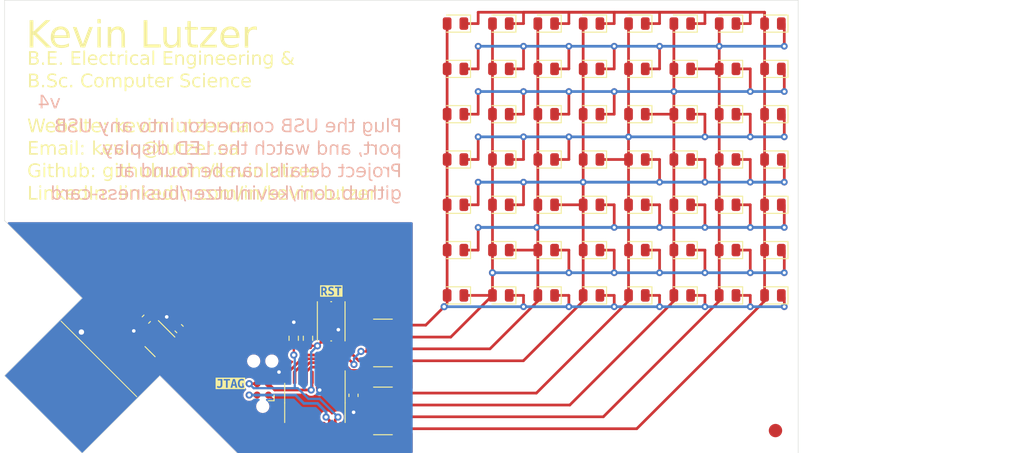
<source format=kicad_pcb>
(kicad_pcb (version 20221018) (generator pcbnew)
  (layers (0 "F.Cu" signal "Top") (31 "B.Cu" signal "Bottom") (34 "B.Paste" user) (35 "F.Paste" user) (36 "B.SilkS" user "B.Silkscreen") (37 "F.SilkS" user "F.Silkscreen") (38 "B.Mask" user) (39 "F.Mask" user) (44 "Edge.Cuts" user))
  (net 0 "")
  (net 1 "GND")
  (net 2 "~{RST}")
  (net 3 "SWDCLK")
  (net 5 "+5V")
  (net 6 "+3V3")
  (net 7 "SWDIO")
  (net 8 "PING")
  (net 9 "PINF")
  (net 10 "PINE")
  (net 11 "PIND")
  (net 12 "PINC")
  (net 13 "PINB")
  (net 14 "PINH")
  (net 15 "PINA")
  (net 24 "/PING_R")
  (net 25 "/PINA_R")
  (net 26 "/PINF_R")
  (net 27 "/PINE_R")
  (net 28 "/PINB_R")
  (net 29 "/PING_H")
  (net 30 "/PINC_R")
  (net 31 "/PIND_R")
  (footprint "Diode_SMD:D_0805_2012Metric" (layer "F.Cu") (at 154.655796 86.440296 180)
    (fp_text reference "D4" hide)
    (fp_text value "LED" hide)
  )
  (footprint "Diode_SMD:D_0805_2012Metric" (layer "F.Cu") (at 159.735796 86.440296 180)
    (fp_text reference "D8" hide)
    (fp_text value "LED" hide)
  )
  (footprint "Diode_SMD:D_0805_2012Metric" (layer "F.Cu") (at 164.815796 86.440296 180)
    (fp_text reference "D12" hide)
    (fp_text value "LED" hide)
  )
  (footprint "Diode_SMD:D_0805_2012Metric" (layer "F.Cu") (at 169.895796 86.440296 180)
    (fp_text reference "D16" hide)
    (fp_text value "LED" hide)
  )
  (footprint "Diode_SMD:D_0805_2012Metric" (layer "F.Cu") (at 174.975796 86.440296 180)
    (fp_text reference "D20" hide)
    (fp_text value "LED" hide)
  )
  (footprint "Diode_SMD:D_0805_2012Metric" (layer "F.Cu") (at 180.055796 86.440296 180)
    (fp_text reference "D24" hide)
    (fp_text value "LED" hide)
  )
  (footprint "Diode_SMD:D_0805_2012Metric" (layer "F.Cu") (at 185.135796 86.440296 180)
    (fp_text reference "D27" hide)
    (fp_text value "LED" hide)
  )
  (footprint "Diode_SMD:D_0805_2012Metric" (layer "F.Cu") (at 149.575796 91.520296 180)
    (fp_text reference "D2" hide)
    (fp_text value "LED" hide)
  )
  (footprint "Diode_SMD:D_0805_2012Metric" (layer "F.Cu") (at 154.655796 91.520296 180)
    (fp_text reference "D5" hide)
    (fp_text value "LED" hide)
  )
  (footprint "Diode_SMD:D_0805_2012Metric" (layer "F.Cu") (at 159.735796 91.520296 180)
    (fp_text reference "D9" hide)
    (fp_text value "LED" hide)
  )
  (footprint "Diode_SMD:D_0805_2012Metric" (layer "F.Cu") (at 154.655796 81.360296 180)
    (fp_text reference "LED2" hide)
    (fp_text value "LED" hide)
  )
  (footprint "Diode_SMD:D_0805_2012Metric" (layer "F.Cu") (at 164.815796 91.520296 180)
    (fp_text reference "D13" hide)
    (fp_text value "LED" hide)
  )
  (footprint "Diode_SMD:D_0805_2012Metric" (layer "F.Cu") (at 169.895796 91.520296 180)
    (fp_text reference "D17" hide)
    (fp_text value "LED" hide)
  )
  (footprint "Diode_SMD:D_0805_2012Metric" (layer "F.Cu") (at 174.975796 91.520296 180)
    (fp_text reference "D21" hide)
    (fp_text value "LED" hide)
  )
  (footprint "Diode_SMD:D_0805_2012Metric" (layer "F.Cu") (at 180.055796 91.520296 180)
    (fp_text reference "D25" hide)
    (fp_text value "LED" hide)
  )
  (footprint "Diode_SMD:D_0805_2012Metric" (layer "F.Cu") (at 185.135796 91.520296 180)
    (fp_text reference "D28" hide)
    (fp_text value "LED" hide)
  )
  (footprint "Diode_SMD:D_0805_2012Metric" (layer "F.Cu") (at 149.575796 96.600296 180)
    (fp_text reference "D3" hide)
    (fp_text value "LED" hide)
  )
  (footprint "Diode_SMD:D_0805_2012Metric" (layer "F.Cu") (at 154.655796 96.600296 180)
    (fp_text reference "D6" hide)
    (fp_text value "LED" hide)
  )
  (footprint "Diode_SMD:D_0805_2012Metric" (layer "F.Cu") (at 159.735796 96.600296 180)
    (fp_text reference "D10" hide)
    (fp_text value "LED" hide)
  )
  (footprint "Diode_SMD:D_0805_2012Metric" (layer "F.Cu") (at 164.815796 96.600296 180)
    (fp_text reference "D14" hide)
    (fp_text value "LED" hide)
  )
  (footprint "Diode_SMD:D_0805_2012Metric" (layer "F.Cu") (at 169.895796 96.600296 180)
    (fp_text reference "D18" hide)
    (fp_text value "LED" hide)
  )
  (footprint "Diode_SMD:D_0805_2012Metric" (layer "F.Cu") (at 174.975796 96.600296 180)
    (fp_text reference "D22" hide)
    (fp_text value "LED" hide)
  )
  (footprint "Diode_SMD:D_0805_2012Metric" (layer "F.Cu") (at 180.055796 96.600296 180)
    (fp_text reference "D47" hide)
    (fp_text value "LED" hide)
  )
  (footprint "Diode_SMD:D_0805_2012Metric" (layer "F.Cu") (at 185.135796 96.600296 180)
    (fp_text reference "D51" hide)
    (fp_text value "LED" hide)
  )
  (footprint "Diode_SMD:D_0805_2012Metric" (layer "F.Cu") (at 149.575796 101.680296 180)
    (fp_text reference "D29" hide)
    (fp_text value "LED" hide)
  )
  (footprint "Diode_SMD:D_0805_2012Metric" (layer "F.Cu") (at 154.655796 101.680296 180)
    (fp_text reference "D32" hide)
    (fp_text value "LED" hide)
  )
  (footprint "Diode_SMD:D_0805_2012Metric" (layer "F.Cu") (at 159.735796 101.680296 180)
    (fp_text reference "D35" hide)
    (fp_text value "LED" hide)
  )
  (footprint "Diode_SMD:D_0805_2012Metric" (layer "F.Cu") (at 164.815796 101.680296 180)
    (fp_text reference "D38" hide)
    (fp_text value "LED" hide)
  )
  (footprint "Diode_SMD:D_0805_2012Metric" (layer "F.Cu") (at 169.895796 101.680296 180)
    (fp_text reference "D41" hide)
    (fp_text value "LED" hide)
  )
  (footprint "Diode_SMD:D_0805_2012Metric" (layer "F.Cu") (at 174.975796 101.680296 180)
    (fp_text reference "D44" hide)
    (fp_text value "LED" hide)
  )
  (footprint "Diode_SMD:D_0805_2012Metric" (layer "F.Cu") (at 180.055796 101.680296 180)
    (fp_text reference "D48" hide)
    (fp_text value "LED" hide)
  )
  (footprint "Diode_SMD:D_0805_2012Metric" (layer "F.Cu") (at 164.815796 81.360296 180)
    (fp_text reference "D11" hide)
    (fp_text value "LED" hide)
  )
  (footprint "Diode_SMD:D_0805_2012Metric" (layer "F.Cu") (at 185.135796 101.680296 180)
    (fp_text reference "D52" hide)
    (fp_text value "LED" hide)
  )
  (footprint "Diode_SMD:D_0805_2012Metric" (layer "F.Cu") (at 149.575796 106.760296 180)
    (fp_text reference "D30" hide)
    (fp_text value "LED" hide)
  )
  (footprint "Diode_SMD:D_0805_2012Metric" (layer "F.Cu") (at 154.655796 106.760296 180)
    (fp_text reference "D33" hide)
    (fp_text value "LED" hide)
  )
  (footprint "Diode_SMD:D_0805_2012Metric" (layer "F.Cu") (at 159.735796 106.760296 180)
    (fp_text reference "D36" hide)
    (fp_text value "LED" hide)
  )
  (footprint "Diode_SMD:D_0805_2012Metric" (layer "F.Cu") (at 164.815796 106.760296 180)
    (fp_text reference "D39" hide)
    (fp_text value "LED" hide)
  )
  (footprint "Diode_SMD:D_0805_2012Metric" (layer "F.Cu") (at 169.895796 106.760296 180)
    (fp_text reference "D42" hide)
    (fp_text value "LED" hide)
  )
  (footprint "Diode_SMD:D_0805_2012Metric" (layer "F.Cu") (at 174.975796 106.760296 180)
    (fp_text reference "D45" hide)
    (fp_text value "LED" hide)
  )
  (footprint "Diode_SMD:D_0805_2012Metric" (layer "F.Cu") (at 180.055796 106.760296 180)
    (fp_text reference "D49" hide)
    (fp_text value "LED" hide)
  )
  (footprint "Diode_SMD:D_0805_2012Metric" (layer "F.Cu") (at 185.135796 106.760296 180)
    (fp_text reference "D53" hide)
    (fp_text value "LED" hide)
  )
  (footprint "Diode_SMD:D_0805_2012Metric" (layer "F.Cu") (at 149.575796 111.840296 180)
    (fp_text reference "D31" hide)
    (fp_text value "LED" hide)
  )
  (footprint "Diode_SMD:D_0805_2012Metric" (layer "F.Cu") (at 169.895796 81.360296 180)
    (fp_text reference "D15" hide)
    (fp_text value "LED" hide)
  )
  (footprint "Diode_SMD:D_0805_2012Metric" (layer "F.Cu") (at 154.655796 111.840296 180)
    (fp_text reference "D34" hide)
    (fp_text value "LED" hide)
  )
  (footprint "Diode_SMD:D_0805_2012Metric" (layer "F.Cu") (at 159.735796 111.840296 180)
    (fp_text reference "D37" hide)
    (fp_text value "LED" hide)
  )
  (footprint "Diode_SMD:D_0805_2012Metric" (layer "F.Cu") (at 164.815796 111.840296 180)
    (fp_text reference "D40" hide)
    (fp_text value "LED" hide)
  )
  (footprint "Diode_SMD:D_0805_2012Metric" (layer "F.Cu") (at 169.895796 111.840296 180)
    (fp_text reference "D43" hide)
    (fp_text value "LED" hide)
  )
  (footprint "Diode_SMD:D_0805_2012Metric" (layer "F.Cu") (at 174.975796 111.840296 180)
    (fp_text reference "D46" hide)
    (fp_text value "LED" hide)
  )
  (footprint "Diode_SMD:D_0805_2012Metric" (layer "F.Cu") (at 180.055796 111.840296 180)
    (fp_text reference "D50" hide)
    (fp_text value "LED" hide)
  )
  (footprint "Diode_SMD:D_0805_2012Metric" (layer "F.Cu") (at 185.135796 111.840296 180)
    (fp_text reference "D54" hide)
    (fp_text value "LED" hide)
  )
  (footprint "Diode_SMD:D_0805_2012Metric" (layer "F.Cu") (at 174.975796 81.360296 180)
    (fp_text reference "D19" hide)
    (fp_text value "LED" hide)
  )
  (footprint "Diode_SMD:D_0805_2012Metric" (layer "F.Cu") (at 180.055796 81.360296 180)
    (fp_text reference "D23" hide)
    (fp_text value "LED" hide)
  )
  (footprint "Diode_SMD:D_0805_2012Metric" (layer "F.Cu") (at 185.135796 81.360296 180)
    (fp_text reference "D26" hide)
    (fp_text value "LED" hide)
  )
  (footprint "Diode_SMD:D_0805_2012Metric" (layer "F.Cu") (at 149.575796 86.440296 180)
    (fp_text reference "D1" hide)
    (fp_text value "LED" hide)
  )
  (footprint "Diode_SMD:D_0805_2012Metric" (layer "F.Cu") (at 149.575796 81.360296 180)
    (fp_text reference "LED1" hide)
    (fp_text value "LED" hide)
  )
  (footprint "Resistor_SMD:R_Array_Convex_4x1206" (layer "F.Cu") (at 141.447796 124.794296)
    (fp_text reference "RN2" hide)
    (fp_text value "R_Pack04" hide)
  )
  (footprint "Resistor_SMD:R_Array_Convex_4x1206" (layer "F.Cu") (at 141.447796 117.174296)
    (fp_text reference "RN1" hide)
    (fp_text value "R_Pack04" hide)
  )
  (footprint "Capacitor_SMD:C_0603_1608Metric" (layer "F.Cu") (at 118.618 115.57 135)
    (fp_text reference "C2" hide)
    (fp_text value "1u" hide)
  )
  (footprint "Package_TO_SOT_SMD:SOT-23-5" (layer "F.Cu") (at 116.464583 117.046085 -45)
    (fp_text reference "U1" hide)
    (fp_text value "MIC5504-3.3YM5" hide)
  )
  (footprint "Capacitor_SMD:C_0603_1608Metric" (layer "F.Cu") (at 138.151796 123.048296 -90)
    (fp_text reference "C1" hide)
    (fp_text value "100n" hide)
  )
  (footprint "Resistor_SMD:R_0603_1608Metric" (layer "F.Cu") (at 131.451796 116.648296 90)
    (fp_text reference "R2" hide)
    (fp_text value "10k")
  )
  (footprint "Connector:Tag-Connect_TC2030-IDC-NL_2x03_P1.27mm_Vertical" (layer "F.Cu") (at 127.985796 121.746296 90)
    (fp_text reference "J4" hide)
    (fp_text value "Conn_ARM_SWD_TagConnect_TC2030" hide)
  )
  (footprint "Button_Switch_SMD:SW_Push_1P1T_NO_CK_KMR2" (layer "F.Cu") (at 135.651796 114.748296 90)
    (fp_text reference "SW1" hide)
    (fp_text value "SW_SPST" hide)
  )
  (footprint "kibuzzard-64BD9765" (layer "F.Cu") (at 135.661797 111.348296)
    (fp_text reference "kibuzzard-64BD9765" hide)
    (fp_text value "G***" hide)
  )
  (footprint "Diode_SMD:D_0805_2012Metric" (layer "F.Cu") (at 159.735796 81.360296 180)
    (fp_text reference "D7" hide)
    (fp_text value "LED" hide)
  )
  (footprint "Kevin_Lutzer_Lbr:USB_A_PCB" (layer "F.Cu") (at 106.9386 121.6614 45)
    (fp_text reference "J3" hide)
    (fp_text value "USB_A" hide)
  )
  (footprint "Capacitor_SMD:C_0603_1608Metric" (layer "F.Cu") (at 114.940583 114.506085 -135)
    (fp_text reference "C4" hide)
    (fp_text value "1u" hide)
  )
  (footprint "Fiducial:Fiducial_1.5mm_Mask3mm" (layer "F.Cu") (at 185.42 127)
    (fp_text reference "REF**" hide)
    (fp_text value "Fiducial_1.5mm_Mask3mm" hide)
  )
  (footprint "Resistor_SMD:R_0603_1608Metric" (layer "F.Cu") (at 133.051796 116.648296 -90)
    (fp_text reference "R1" hide)
    (fp_text value "10k")
  )
  (footprint "kibuzzard-64BD977B" (layer "F.Cu") (at 124.361797 121.708296)
    (fp_text reference "kibuzzard-64BD977B" hide)
    (fp_text value "G***" hide)
  )
  (footprint "Package_SO:TSSOP-20_4.4x6.5mm_P0.65mm" (layer "F.Cu") (at 133.827796 123.898296 -90)
    (fp_text reference "U2" hide)
    (fp_text value "STM32G030F6P6" hide)
  )
  (gr_line (start 125.1522 129.54) (end 187.96 129.54) (stroke (width 0.05)) (layer "Edge.Cuts"))
  (gr_line (start 107.7574 112.1452) (end 99.06 103.4478) (stroke (width 0.05)) (layer "Edge.Cuts"))
  (gr_line (start 116.4548 120.8426) (end 125.1522 129.54) (stroke (width 0.05)) (layer "Edge.Cuts"))
  (gr_line (start 99.06 120.8426) (end 107.7574 112.1452) (stroke (width 0.05)) (layer "Edge.Cuts"))
  (gr_line (start 111.1587 126.33) (end 111.1587 126.33) (stroke (width 0.05)) (layer "Edge.Cuts"))
  (gr_line (start 99.06 120.8426) (end 107.7574 129.54) (stroke (width 0.05)) (layer "Edge.Cuts"))
  (gr_line (start 107.7574 129.54) (end 116.4548 120.8426) (stroke (width 0.05)) (layer "Edge.Cuts"))
  (gr_line (start 99.06 78.74) (end 99.06 103.4478) (stroke (width 0.05)) (layer "Edge.Cuts"))
  (gr_line (start 187.96 129.54) (end 187.96 78.74) (stroke (width 0.05)) (layer "Edge.Cuts"))
  (gr_line (start 187.96 78.74) (end 99.06 78.74) (stroke (width 0.05)) (layer "Edge.Cuts"))
  (gr_text "v4" (at 104.061797 90.248296) (layer "B.SilkS") (effects (font (size 1.5 1.5) (thickness 0.14224)) (justify mirror)))
  (gr_text "Plug the USB connector into any USB\nport, and watch the LED display.\nProject details can be found at \ngithub.com/kevinlutzer/business-card" (at 143.561797 101.356296) (layer "B.SilkS") (effects (font (size 1.5 1.5) (thickness 0.14224)) (justify left bottom mirror)))
  (gr_text "Kevin Lutzer" (at 101.461797 84.548296) (layer "F.SilkS") (effects (font (size 3 3) (thickness 0.2032)) (justify left bottom)))
  (gr_text "B.E. Electrical Engineering &\nB.Sc. Computer Science\n\nWebsite: kevin.lutzer.ca\nEmail: kevin@lutzer.ca\nGithub: github.com/kevinlutzer\nLinkedIn: linkedin.com/in/kevin-lutzer" (at 101.602897 101.356296) (layer "F.SilkS") (effects (font (size 1.5 1.5) (thickness 0.14224)) (justify left bottom)))
  (segment (start 136.461797 112.648296) (end 136.461797 115.528296) (width 0.25) (layer "F.Cu") (net 1))
  (segment (start 114.307907 115.054093) (end 113.538 115.824) (width 0.65) (layer "F.Cu") (net 1))
  (segment (start 129.804297 120.438296) (end 129.804797 120.437796) (width 0.25) (layer "F.Cu") (net 1))
  (segment (start 114.472591 115.054093) (end 115.660249 116.241751) (width 0.65) (layer "F.Cu") (net 1))
  (segment (start 114.392575 115.054093) (end 114.472591 115.054093) (width 0.65) (layer "F.Cu") (net 1))
  (segment (start 117.300085 114.252085) (end 118.069992 115.021992) (width 0.65) (layer "F.Cu") (net 1))
  (segment (start 104.322305 119.324695) (end 107.6706 115.9764) (width 0.65) (layer "F.Cu") (net 1))
  (segment (start 134.134297 122.230796) (end 134.361797 122.458296) (width 0.4) (layer "F.Cu") (net 1))
  (segment (start 128.696797 120.438296) (end 129.804297 120.438296) (width 0.25) (layer "F.Cu") (net 1))
  (segment (start 117.226583 114.252085) (end 117.300085 114.252085) (width 0.65) (layer "F.Cu") (net 1))
  (segment (start 107.6706 115.951) (end 107.696 115.951) (width 0.65) (layer "F.Cu") (net 1))
  (segment (start 107.6706 115.9764) (end 107.6706 115.951) (width 0.65) (layer "F.Cu") (net 1))
  (segment (start 131.461797 115.848296) (end 131.461797 114.848296) (width 0.25) (layer "F.Cu") (net 1))
  (segment (start 138.161797 123.823296) (end 138.161797 124.948296) (width 0.25) (layer "F.Cu") (net 1))
  (segment (start 107.696 115.951) (end 107.6706 115.9764) (width 0.65) (layer "F.Cu") (net 1))
  (segment (start 136.461797 115.528296) (end 136.461797 116.748296) (width 0.25) (layer "F.Cu") (net 1))
  (segment (start 134.134297 121.036296) (end 134.134297 122.230796) (width 0.4) (layer "F.Cu") (net 1))
  (segment (start 104.322305 119.327948) (end 104.322305 119.324695) (width 0.65) (layer "F.Cu") (net 1))
  (segment (start 114.392575 115.054093) (end 114.307907 115.054093) (width 0.65) (layer "F.Cu") (net 1))
  (via (at 129.804797 120.437796) (size 0.8) (drill 0.4) (layers "F.Cu" "B.Cu") (net 1))
  (via (at 113.538 115.824) (size 0.8) (drill 0.4) (layers "F.Cu" "B.Cu") (net 1))
  (via (at 134.361797 122.458296) (size 0.8) (drill 0.4) (layers "F.Cu" "B.Cu") (net 1))
  (via (at 138.161797 124.948296) (size 0.8) (drill 0.4) (layers "F.Cu" "B.Cu") (net 1))
  (via (at 131.461797 114.848296) (size 0.8) (drill 0.4) (layers "F.Cu" "B.Cu") (net 1))
  (via (at 107.6706 115.951) (size 1.2) (drill 0.6) (layers "F.Cu" "B.Cu") (net 1))
  (via (at 136.451797 115.688296) (size 0.8) (drill 0.4) (layers "F.Cu" "B.Cu") (net 1))
  (via (at 117.226583 114.252085) (size 0.8) (drill 0.4) (layers "F.Cu" "B.Cu") (net 1))
  (segment (start 128.620796 121.746296) (end 129.321949 122.447449) (width 0.3048) (layer "F.Cu") (net 2))
  (segment (start 129.321949 122.447449) (end 133.409956 122.447449) (width 0.3048) (layer "F.Cu") (net 2))
  (segment (start 133.061797 117.498296) (end 134.111797 117.498296) (width 0.25) (layer "F.Cu") (net 2))
  (segment (start 133.502796 121.035796) (end 133.502796 122.354609) (width 0.3048) (layer "F.Cu") (net 2))
  (segment (start 134.861797 116.748296) (end 134.861797 112.648296) (width 0.25) (layer "F.Cu") (net 2))
  (segment (start 133.484297 122.373108) (end 133.409956 122.447449) (width 0.25) (layer "F.Cu") (net 2))
  (segment (start 134.111797 117.498296) (end 134.861797 116.748296) (width 0.25) (layer "F.Cu") (net 2))
  (segment (start 133.502796 122.354609) (end 133.409956 122.447449) (width 0.3048) (layer "F.Cu") (net 2))
  (via (at 133.409956 122.447449) (size 0.8) (drill 0.4) (layers "F.Cu" "B.Cu") (net 2))
  (via (at 134.111797 117.498296) (size 0.8) (drill 0.4) (layers "F.Cu" "B.Cu") (net 2))
  (segment (start 133.409956 118.200137) (end 134.111797 117.498296) (width 0.25) (layer "B.Cu") (net 2))
  (segment (start 133.409956 122.447449) (end 133.409956 118.200137) (width 0.25) (layer "B.Cu") (net 2))
  (segment (start 131.461797 117.498296) (end 131.461797 118.528296) (width 0.25) (layer "F.Cu") (net 3))
  (segment (start 136.102796 125.796297) (end 136.412797 125.486296) (width 0.3048) (layer "F.Cu") (net 3))
  (segment (start 136.102796 126.760796) (end 136.102796 125.796297) (width 0.3048) (layer "F.Cu") (net 3))
  (segment (start 127.350796 121.746296) (end 126.464797 121.746296) (width 0.3048) (layer "F.Cu") (net 3))
  (via (at 136.412797 125.486296) (size 0.8) (drill 0.4) (layers "F.Cu" "B.Cu") (net 3))
  (via (at 131.461797 118.528296) (size 0.8) (drill 0.4) (layers "F.Cu" "B.Cu") (net 3))
  (via (at 126.464797 121.746296) (size 0.8) (drill 0.4) (layers "F.Cu" "B.Cu") (net 3))
  (segment (start 131.572 118.638499) (end 131.461797 118.528296) (width 0.25) (layer "B.Cu") (net 3))
  (segment (start 131.572 122.248296) (end 131.900296 122.248296) (width 0.25) (layer "B.Cu") (net 3))
  (segment (start 133.096 123.444) (end 134.370501 123.444) (width 0.25) (layer "B.Cu") (net 3))
  (segment (start 134.370501 123.444) (end 136.412797 125.486296) (width 0.25) (layer "B.Cu") (net 3))
  (segment (start 126.464797 121.746296) (end 126.966797 122.248296) (width 0.25) (layer "B.Cu") (net 3))
  (segment (start 126.966797 122.248296) (end 131.572 122.248296) (width 0.25) (layer "B.Cu") (net 3))
  (segment (start 131.900296 122.248296) (end 133.096 123.444) (width 0.25) (layer "B.Cu") (net 3))
  (segment (start 131.572 122.248296) (end 131.572 118.638499) (width 0.25) (layer "B.Cu") (net 3))
  (segment (start 116.332 114.801486) (end 115.488591 113.958077) (width 0.65) (layer "F.Cu") (net 5))
  (segment (start 116.84481 116.08281) (end 116.332 115.57) (width 0.65) (layer "F.Cu") (net 5))
  (segment (start 114.988498 116.913502) (end 115.412605 117.337609) (width 0.65) (layer "F.Cu") (net 5))
  (segment (start 116.342391 117.337609) (end 116.84481 116.83519) (width 0.65) (layer "F.Cu") (net 5))
  (segment (start 116.84481 116.83519) (end 116.84481 116.08281) (width 0.65) (layer "F.Cu") (net 5))
  (segment (start 116.332 115.57) (end 116.332 114.801486) (width 0.65) (layer "F.Cu") (net 5))
  (segment (start 115.412605 117.337609) (end 116.342391 117.337609) (width 0.65) (layer "F.Cu") (net 5))
  (segment (start 117.940668 117.178668) (end 118.105348 117.178668) (width 0.65) (layer "F.Cu") (net 6))
  (segment (start 118.105348 117.178668) (end 119.166008 116.118008) (width 0.65) (layer "F.Cu") (net 6))
  (segment (start 134.784297 121.773796) (end 135.269797 122.259296) (width 0.4) (layer "F.Cu") (net 6))
  (segment (start 135.269797 122.259296) (end 138.147797 122.259296) (width 0.4) (layer "F.Cu") (net 6))
  (segment (start 138.147797 122.259296) (end 138.161797 122.273296) (width 0.4) (layer "F.Cu") (net 6))
  (segment (start 135.269797 122.259296) (end 135.269797 122.628796) (width 0.4) (layer "F.Cu") (net 6))
  (segment (start 134.784297 121.036296) (end 134.784297 121.773796) (width 0.4) (layer "F.Cu") (net 6))
  (segment (start 135.452796 125.859795) (end 135.452796 126.760796) (width 0.3048) (layer "F.Cu") (net 7))
  (segment (start 135.079297 125.486296) (end 135.452796 125.859795) (width 0.3048) (layer "F.Cu") (net 7))
  (segment (start 127.350796 123.016296) (end 126.464797 123.016296) (width 0.3048) (layer "F.Cu") (net 7))
  (via (at 126.464797 123.016296) (size 0.8) (drill 0.4) (layers "F.Cu" "B.Cu") (net 7))
  (via (at 135.079297 125.486296) (size 0.8) (drill 0.4) (layers "F.Cu" "B.Cu") (net 7))
  (segment (start 131.652296 123.016296) (end 126.464797 123.016296) (width 0.3048) (layer "B.Cu") (net 7))
  (segment (start 132.588 123.952) (end 131.652296 123.016296) (width 0.3048) (layer "B.Cu") (net 7))
  (segment (start 134.112 123.952) (end 132.588 123.952) (width 0.3048) (layer "B.Cu") (net 7))
  (segment (start 135.079297 124.919297) (end 134.112 123.952) (width 0.3048) (layer "B.Cu") (net 7))
  (segment (start 135.079297 125.486296) (end 135.079297 124.919297) (width 0.3048) (layer "B.Cu") (net 7))
  (segment (start 132.202796 127.630796) (end 132.767496 128.195496) (width 0.3048) (layer "F.Cu") (net 8))
  (segment (start 132.202796 126.760796) (end 132.202796 127.630796) (width 0.3048) (layer "F.Cu") (net 8))
  (segment (start 140.670196 126.176696) (end 139.947796 125.454296) (width 0.3048) (layer "F.Cu") (net 8))
  (segment (start 140.670196 127.553804) (end 140.670196 126.176696) (width 0.3048) (layer "F.Cu") (net 8))
  (segment (start 140.028504 128.195496) (end 140.670196 127.553804) (width 0.3048) (layer "F.Cu") (net 8))
  (segment (start 132.767496 128.195496) (end 140.028504 128.195496) (width 0.3048) (layer "F.Cu") (net 8))
  (segment (start 131.552796 127.581554) (end 132.591538 128.620296) (width 0.3048) (layer "F.Cu") (net 9))
  (segment (start 131.552796 126.760796) (end 131.552796 127.581554) (width 0.3048) (layer "F.Cu") (net 9))
  (segment (start 132.591538 128.620296) (end 140.204462 128.620296) (width 0.3048) (layer "F.Cu") (net 9))
  (segment (start 140.204462 128.620296) (end 141.094996 127.729762) (width 0.3048) (layer "F.Cu") (net 9))
  (segment (start 141.094996 125.281496) (end 139.947796 124.134296) (width 0.3048) (layer "F.Cu") (net 9))
  (segment (start 141.094996 127.729762) (end 141.094996 125.281496) (width 0.3048) (layer "F.Cu") (net 9))
  (segment (start 130.902796 127.532312) (end 132.41558 129.045096) (width 0.3048) (layer "F.Cu") (net 10))
  (segment (start 130.902796 126.760796) (end 130.902796 127.532312) (width 0.3048) (layer "F.Cu") (net 10))
  (segment (start 141.519796 124.366296) (end 139.947796 122.794296) (width 0.3048) (layer "F.Cu") (net 10))
  (segment (start 140.38042 129.045096) (end 141.519796 127.90572) (width 0.3048) (layer "F.Cu") (net 10))
  (segment (start 141.519796 127.90572) (end 141.519796 124.366296) (width 0.3048) (layer "F.Cu") (net 10))
  (segment (start 132.41558 129.045096) (end 140.38042 129.045096) (width 0.3048) (layer "F.Cu") (net 10))
  (segment (start 138.104019 118.5304) (end 138.747915 119.174296) (width 0.3048) (layer "F.Cu") (net 11))
  (segment (start 130.902796 121.035796) (end 130.902796 120.403496) (width 0.3048) (layer "F.Cu") (net 11))
  (segment (start 132.775892 118.5304) (end 138.104019 118.5304) (width 0.3048) (layer "F.Cu") (net 11))
  (segment (start 130.902796 120.403496) (end 132.775892 118.5304) (width 0.3048) (layer "F.Cu") (net 11))
  (segment (start 138.747915 119.174296) (end 139.947796 119.174296) (width 0.3048) (layer "F.Cu") (net 11))
  (segment (start 131.552796 120.421643) (end 133.019239 118.9552) (width 0.3048) (layer "F.Cu") (net 12))
  (segment (start 138.986797 118.123296) (end 140.014797 118.123296) (width 0.25) (layer "F.Cu") (net 12))
  (segment (start 140.014797 118.123296) (end 140.119797 118.018296) (width 0.25) (layer "F.Cu") (net 12))
  (segment (start 133.019239 118.9552) (end 137.577901 118.9552) (width 0.3048) (layer "F.Cu") (net 12))
  (segment (start 137.577901 118.9552) (end 138.203497 119.580796) (width 0.3048) (layer "F.Cu") (net 12))
  (segment (start 131.552796 121.035796) (end 131.552796 120.421643) (width 0.3048) (layer "F.Cu") (net 12))
  (via (at 138.203497 119.580796) (size 0.8) (drill 0.4) (layers "F.Cu" "B.Cu") (net 12))
  (via (at 138.986797 118.123296) (size 0.8) (drill 0.4) (layers "F.Cu" "B.Cu") (net 12))
  (segment (start 138.203497 119.580796) (end 138.203497 118.906596) (width 0.25) (layer "B.Cu") (net 12))
  (segment (start 138.203497 118.906596) (end 138.986797 118.123296) (width 0.25) (layer "B.Cu") (net 12))
  (segment (start 133.244439 119.38) (end 136.961911 119.38) (width 0.3048) (layer "F.Cu") (net 13))
  (segment (start 140.670196 119.896696) (end 140.670196 117.236696) (width 0.3048) (layer "F.Cu") (net 13))
  (segment (start 137.843958 120.262047) (end 140.304845 120.262047) (width 0.3048) (layer "F.Cu") (net 13))
  (segment (start 140.304845 120.262047) (end 140.670196 119.896696) (width 0.3048) (layer "F.Cu") (net 13))
  (segment (start 132.202796 120.421643) (end 133.244439 119.38) (width 0.3048) (layer "F.Cu") (net 13))
  (segment (start 136.961911 119.38) (end 137.843958 120.262047) (width 0.3048) (layer "F.Cu") (net 13))
  (segment (start 132.202796 121.035796) (end 132.202796 120.421643) (width 0.3048) (layer "F.Cu") (net 13))
  (segment (start 140.670196 117.236696) (end 139.947796 116.514296) (width 0.3048) (layer "F.Cu") (net 13))
  (segment (start 132.852796 127.374949) (end 133.248543 127.770696) (width 0.3048) (layer "F.Cu") (net 14))
  (segment (start 138.971396 127.770696) (end 139.947796 126.794296) (width 0.3048) (layer "F.Cu") (net 14))
  (segment (start 132.852796 126.760796) (end 132.852796 127.374949) (width 0.3048) (layer "F.Cu") (net 14))
  (segment (start 133.248543 127.770696) (end 138.971396 127.770696) (width 0.3048) (layer "F.Cu") (net 14))
  (segment (start 132.852796 121.035796) (end 132.852796 120.421643) (width 0.3048) (layer "F.Cu") (net 15))
  (segment (start 132.852796 120.421643) (end 133.386439 119.888) (width 0.3048) (layer "F.Cu") (net 15))
  (segment (start 137.668 120.686847) (end 140.933153 120.686847) (width 0.3048) (layer "F.Cu") (net 15))
  (segment (start 141.224 120.396) (end 141.224 116.4505) (width 0.3048) (layer "F.Cu") (net 15))
  (segment (start 136.869153 119.888) (end 137.668 120.686847) (width 0.3048) (layer "F.Cu") (net 15))
  (segment (start 134.112 119.888) (end 136.869153 119.888) (width 0.3048) (layer "F.Cu") (net 15))
  (segment (start 141.224 116.4505) (end 139.947796 115.174296) (width 0.3048) (layer "F.Cu") (net 15))
  (segment (start 140.933153 120.686847) (end 141.224 120.396) (width 0.3048) (layer "F.Cu") (net 15))
  (segment (start 133.386439 119.888) (end 134.112 119.888) (width 0.3048) (layer "F.Cu") (net 15))
  (segment (start 160.785796 86.440296) (end 162.275796 86.440296) (width 0.3048) (layer "F.Cu") (net 24))
  (segment (start 150.625796 86.440296) (end 152.115796 86.440296) (width 0.3048) (layer "F.Cu") (net 24))
  (segment (start 175.913296 86.440296) (end 179.118296 86.440296) (width 0.3048) (layer "F.Cu") (net 24))
  (segment (start 165.865796 86.440296) (end 167.355796 86.440296) (width 0.3048) (layer "F.Cu") (net 24))
  (segment (start 170.945796 86.440296) (end 172.435796 86.440296) (width 0.3048) (layer "F.Cu") (net 24))
  (segment (start 167.355796 86.440296) (end 167.355796 83.900296) (width 0.3048) (layer "F.Cu") (net 24))
  (segment (start 179.118296 81.360296) (end 179.118296 111.840296) (width 0.3048) (layer "F.Cu") (net 24))
  (segment (start 157.195796 86.440296) (end 157.195796 83.900296) (width 0.3048) (layer "F.Cu") (net 24))
  (segment (start 179.118296 112.473704) (end 179.118296 111.840296) (width 0.3048) (layer "F.Cu") (net 24))
  (segment (start 155.705796 86.440296) (end 157.195796 86.440296) (width 0.3048) (layer "F.Cu") (net 24))
  (segment (start 166.137704 125.454296) (end 179.118296 112.473704) (width 0.3048) (layer "F.Cu") (net 24))
  (segment (start 186.405796 83.900296) (end 186.405796 81.360296) (width 0.3048) (layer "F.Cu") (net 24))
  (segment (start 152.115796 86.440296) (end 152.115796 83.900296) (width 0.3048) (layer "F.Cu") (net 24))
  (segment (start 142.947796 125.454296) (end 166.137704 125.454296) (width 0.3048) (layer "F.Cu") (net 24))
  (segment (start 172.435796 86.440296) (end 172.435796 83.900296) (width 0.3048) (layer "F.Cu") (net 24))
  (segment (start 162.275796 86.440296) (end 162.275796 83.900296) (width 0.3048) (layer "F.Cu") (net 24))
  (via (at 167.355796 83.900296) (size 0.7564) (drill 0.35) (layers "F.Cu" "B.Cu") (net 24))
  (via (at 172.435796 83.900296) (size 0.7564) (drill 0.35) (layers "F.Cu" "B.Cu") (net 24))
  (via (at 186.405796 83.900296) (size 0.7564) (drill 0.35) (layers "F.Cu" "B.Cu") (net 24))
  (via (at 179.118296 83.900296) (size 0.7564) (drill 0.35) (layers "F.Cu" "B.Cu") (net 24))
  (via (at 162.275796 83.900296) (size 0.7564) (drill 0.35) (layers "F.Cu" "B.Cu") (net 24))
  (via (at 157.195796 83.900296) (size 0.7564) (drill 0.35) (layers "F.Cu" "B.Cu") (net 24))
  (via (at 152.115796 83.900296) (size 0.7564) (drill 0.35) (layers "F.Cu" "B.Cu") (net 24))
  (segment (start 152.115796 83.900296) (end 157.195796 83.900296) (width 0.3048) (layer "B.Cu") (net 24))
  (segment (start 179.005796 83.900296) (end 186.405796 83.900296) (width 0.3048) (layer "B.Cu") (net 24))
  (segment (start 157.195796 83.900296) (end 162.275796 83.900296) (width 0.3048) (layer "B.Cu") (net 24))
  (segment (start 172.435796 83.900296) (end 179.005796 83.900296) (width 0.3048) (layer "B.Cu") (net 24))
  (segment (start 162.275796 83.900296) (end 167.355796 83.900296) (width 0.3048) (layer "B.Cu") (net 24))
  (segment (start 167.355796 83.900296) (end 172.435796 83.900296) (width 0.3048) (layer "B.Cu") (net 24))
  (segment (start 148.638296 112.777796) (end 148.305796 113.110296) (width 0.3048) (layer "F.Cu") (net 25))
  (segment (start 182.595796 111.840296) (end 182.595796 113.110296) (width 0.3048) (layer "F.Cu") (net 25))
  (segment (start 172.435796 111.840296) (end 172.435796 113.110296) (width 0.3048) (layer "F.Cu") (net 25))
  (segment (start 142.947796 115.174296) (end 146.241796 115.174296) (width 0.3048) (layer "F.Cu") (net 25))
  (segment (start 176.025796 111.840296) (end 177.515796 111.840296) (width 0.3048) (layer "F.Cu") (net 25))
  (segment (start 148.638296 111.840296) (end 148.638296 112.777796) (width 0.3048) (layer "F.Cu") (net 25))
  (segment (start 167.355796 111.840296) (end 167.355796 113.110296) (width 0.3048) (layer "F.Cu") (net 25))
  (segment (start 148.638296 111.840296) (end 148.638296 81.360296) (width 0.3048) (layer "F.Cu") (net 25))
  (segment (start 162.275796 111.840296) (end 162.275796 113.110296) (width 0.3048) (layer "F.Cu") (net 25))
  (segment (start 170.945796 111.840296) (end 172.435796 111.840296) (width 0.3048) (layer "F.Cu") (net 25))
  (segment (start 160.785796 111.840296) (end 162.275796 111.840296) (width 0.3048) (layer "F.Cu") (net 25))
  (segment (start 186.405796 112.060296) (end 186.405796 113.110296) (width 0.3048) (layer "F.Cu") (net 25))
  (segment (start 165.865796 111.840296) (end 167.355796 111.840296) (width 0.3048) (layer "F.Cu") (net 25))
  (segment (start 157.195796 111.840296) (end 157.195796 113.110296) (width 0.3048) (layer "F.Cu") (net 25))
  (segment (start 177.515796 111.840296) (end 177.515796 113.110296) (width 0.3048) (layer "F.Cu") (net 25))
  (segment (start 146.241796 115.174296) (end 148.305796 113.110296) (width 0.3048) (layer "F.Cu") (net 25))
  (segment (start 181.105796 111.840296) (end 182.595796 111.840296) (width 0.3048) (layer "F.Cu") (net 25))
  (segment (start 155.705796 111.840296) (end 157.195796 111.840296) (width 0.3048) (layer "F.Cu") (net 25))
  (via (at 167.355796 113.110296) (size 0.7564) (drill 0.35) (layers "F.Cu" "B.Cu") (net 25))
  (via (at 157.195796 113.110296) (size 0.7564) (drill 0.35) (layers "F.Cu" "B.Cu") (net 25))
  (via (at 182.595796 113.110296) (size 0.7564) (drill 0.35) (layers "F.Cu" "B.Cu") (net 25))
  (via (at 162.275796 113.110296) (size 0.7564) (drill 0.35) (layers "F.Cu" "B.Cu") (net 25))
  (via (at 186.405796 113.110296) (size 0.7564) (drill 0.35) (layers "F.Cu" "B.Cu") (net 25))
  (via (at 172.435796 113.110296) (size 0.7564) (drill 0.35) (layers "F.Cu" "B.Cu") (net 25))
  (via (at 177.515796 113.110296) (size 0.7564) (drill 0.35) (layers "F.Cu" "B.Cu") (net 25))
  (via (at 148.305796 113.110296) (size 0.8) (drill 0.4) (layers "F.Cu" "B.Cu") (net 25))
  (segment (start 172.435796 113.110296) (end 167.355796 113.110296) (width 0.3048) (layer "B.Cu") (net 25))
  (segment (start 157.195796 113.110296) (end 148.305796 113.110296) (width 0.3048) (layer "B.Cu") (net 25))
  (segment (start 157.195796 113.110296) (end 162.275796 113.110296) (width 0.3048) (layer "B.Cu") (net 25))
  (segment (start 177.515796 113.110296) (end 172.435796 113.110296) (width 0.3048) (layer "B.Cu") (net 25))
  (segment (start 186.405796 113.110296) (end 182.595796 113.110296) (width 0.3048) (layer "B.Cu") (net 25))
  (segment (start 182.595796 113.110296) (end 177.515796 113.110296) (width 0.3048) (layer "B.Cu") (net 25))
  (segment (start 167.355796 113.110296) (end 162.275796 113.110296) (width 0.3048) (layer "B.Cu") (net 25))
  (segment (start 157.195796 91.520296) (end 157.195796 88.980296) (width 0.3048) (layer "F.Cu") (net 26))
  (segment (start 174.038296 112.473704) (end 174.038296 111.840296) (width 0.3048) (layer "F.Cu") (net 26))
  (segment (start 174.038296 111.840296) (end 174.038296 81.360296) (width 0.3048) (layer "F.Cu") (net 26))
  (segment (start 162.377704 124.134296) (end 174.038296 112.473704) (width 0.3048) (layer "F.Cu") (net 26))
  (segment (start 142.947796 124.134296) (end 162.377704 124.134296) (width 0.3048) (layer "F.Cu") (net 26))
  (segment (start 167.355796 91.520296) (end 167.355796 88.980296) (width 0.3048) (layer "F.Cu") (net 26))
  (segment (start 160.785796 91.520296) (end 162.275796 91.520296) (width 0.3048) (layer "F.Cu") (net 26))
  (segment (start 186.405796 88.980296) (end 186.405796 86.440296) (width 0.3048) (layer "F.Cu") (net 26))
  (segment (start 181.105796 86.440296) (end 182.595796 86.440296) (width 0.3048) (layer "F.Cu") (net 26))
  (segment (start 155.705796 91.520296) (end 157.195796 91.520296) (width 0.3048) (layer "F.Cu") (net 26))
  (segment (start 150.625796 91.520296) (end 152.115796 91.520296) (width 0.3048) (layer "F.Cu") (net 26))
  (segment (start 182.595796 86.440296) (end 182.595796 88.980296) (width 0.3048) (layer "F.Cu") (net 26))
  (segment (start 162.275796 91.520296) (end 162.275796 88.980296) (width 0.3048) (layer "F.Cu") (net 26))
  (segment (start 152.115796 91.520296) (end 152.115796 88.980296) (width 0.3048) (layer "F.Cu") (net 26))
  (segment (start 170.945796 91.520296) (end 173.925796 91.520296) (width 0.3048) (layer "F.Cu") (net 26))
  (segment (start 165.865796 91.520296) (end 167.355796 91.520296) (width 0.3048) (layer "F.Cu") (net 26))
  (via (at 152.115796 88.980296) (size 0.7564) (drill 0.35) (layers "F.Cu" "B.Cu") (net 26))
  (via (at 186.405796 88.980296) (size 0.7564) (drill 0.35) (layers "F.Cu" "B.Cu") (net 26))
  (via (at 174.038296 88.980296) (size 0.7564) (drill 0.35) (layers "F.Cu" "B.Cu") (net 26))
  (via (at 182.595796 88.980296) (size 0.7564) (drill 0.35) (layers "F.Cu" "B.Cu") (net 26))
  (via (at 162.275796 88.980296) (size 0.7564) (drill 0.35) (layers "F.Cu" "B.Cu") (net 26))
  (via (at 157.195796 88.980296) (size 0.7564) (drill 0.35) (layers "F.Cu" "B.Cu") (net 26))
  (via (at 167.355796 88.980296) (size 0.7564) (drill 0.35) (layers "F.Cu" "B.Cu") (net 26))
  (segment (start 152.115796 88.980296) (end 157.195796 88.980296) (width 0.3048) (layer "B.Cu") (net 26))
  (segment (start 173.925796 88.980296) (end 182.595796 88.980296) (width 0.3048) (layer "B.Cu") (net 26))
  (segment (start 157.195796 88.980296) (end 162.275796 88.980296) (width 0.3048) (layer "B.Cu") (net 26))
  (segment (start 162.275796 88.980296) (end 167.355796 88.980296) (width 0.3048) (layer "B.Cu") (net 26))
  (segment (start 182.595796 88.980296) (end 186.405796 88.980296) (width 0.3048) (layer "B.Cu") (net 26))
  (segment (start 167.355796 88.980296) (end 173.925796 88.980296) (width 0.3048) (layer "B.Cu") (net 26))
  (segment (start 162.275796 96.600296) (end 162.275796 94.060296) (width 0.3048) (layer "F.Cu") (net 27))
  (segment (start 142.947796 122.794296) (end 158.637704 122.794296) (width 0.3048) (layer "F.Cu") (net 27))
  (segment (start 168.958296 112.473704) (end 168.958296 111.840296) (width 0.3048) (layer "F.Cu") (net 27))
  (segment (start 182.595796 91.520296) (end 182.595796 94.060296) (width 0.3048) (layer "F.Cu") (net 27))
  (segment (start 155.705796 96.600296) (end 157.195796 96.600296) (width 0.3048) (layer "F.Cu") (net 27))
  (segment (start 158.637704 122.794296) (end 168.958296 112.473704) (width 0.3048) (layer "F.Cu") (net 27))
  (segment (start 181.105796 91.520296) (end 182.595796 91.520296) (width 0.3048) (layer "F.Cu") (net 27))
  (segment (start 165.865796 96.600296) (end 168.845796 96.600296) (width 0.3048) (layer "F.Cu") (net 27))
  (segment (start 186.405796 94.060296) (end 186.405796 91.520296) (width 0.3048) (layer "F.Cu") (net 27))
  (segment (start 168.958296 111.840296) (end 168.958296 101.680296) (width 0.3048) (layer "F.Cu") (net 27))
  (segment (start 150.625796 96.600296) (end 152.115796 96.600296) (width 0.3048) (layer "F.Cu") (net 27))
  (segment (start 157.195796 96.600296) (end 157.195796 94.060296) (width 0.3048) (layer "F.Cu") (net 27))
  (segment (start 177.515796 91.520296) (end 177.515796 94.060296) (width 0.3048) (layer "F.Cu") (net 27))
  (segment (start 168.958296 101.680296) (end 168.958296 81.360296) (width 0.3048) (layer "F.Cu") (net 27))
  (segment (start 152.115796 96.600296) (end 152.115796 94.060296) (width 0.3048) (layer "F.Cu") (net 27))
  (segment (start 176.025796 91.520296) (end 177.515796 91.520296) (width 0.3048) (layer "F.Cu") (net 27))
  (segment (start 160.785796 96.600296) (end 162.275796 96.600296) (width 0.3048) (layer "F.Cu") (net 27))
  (via (at 186.405796 94.060296) (size 0.7564) (drill 0.35) (layers "F.Cu" "B.Cu") (net 27))
  (via (at 182.595796 94.060296) (size 0.7564) (drill 0.35) (layers "F.Cu" "B.Cu") (net 27))
  (via (at 162.275796 94.060296) (size 0.7564) (drill 0.35) (layers "F.Cu" "B.Cu") (net 27))
  (via (at 152.115796 94.060296) (size 0.7564) (drill 0.35) (layers "F.Cu" "B.Cu") (net 27))
  (via (at 177.515796 94.060296) (size 0.7564) (drill 0.35) (layers "F.Cu" "B.Cu") (net 27))
  (via (at 168.958296 94.060296) (size 0.7564) (drill 0.35) (layers "F.Cu" "B.Cu") (net 27))
  (via (at 157.195796 94.060296) (size 0.7564) (drill 0.35) (layers "F.Cu" "B.Cu") (net 27))
  (segment (start 162.275796 94.060296) (end 168.845796 94.060296) (width 0.3048) (layer "B.Cu") (net 27))
  (segment (start 182.595796 94.060296) (end 186.405796 94.060296) (width 0.3048) (layer "B.Cu") (net 27))
  (segment (start 152.115796 94.060296) (end 157.195796 94.060296) (width 0.3048) (layer "B.Cu") (net 27))
  (segment (start 168.845796 94.060296) (end 177.515796 94.060296) (width 0.3048) (layer "B.Cu") (net 27))
  (segment (start 177.515796 94.060296) (end 182.595796 94.060296) (width 0.3048) (layer "B.Cu") (net 27))
  (segment (start 157.195796 94.060296) (end 162.275796 94.060296) (width 0.3048) (layer "B.Cu") (net 27))
  (segment (start 170.945796 106.760296) (end 172.435796 106.760296) (width 0.3048) (layer "F.Cu") (net 28))
  (segment (start 153.718296 111.840296) (end 153.718296 81.360296) (width 0.3048) (layer "F.Cu") (net 28))
  (segment (start 176.025796 106.760296) (end 177.515796 106.760296) (width 0.3048) (layer "F.Cu") (net 28))
  (segment (start 142.947796 116.514296) (end 149.044296 116.514296) (width 0.3048) (layer "F.Cu") (net 28))
  (segment (start 186.405796 109.300296) (end 186.405796 106.760296) (width 0.3048) (layer "F.Cu") (net 28))
  (segment (start 181.105796 106.760296) (end 182.595796 106.760296) (width 0.3048) (layer "F.Cu") (net 28))
  (segment (start 177.515796 106.760296) (end 177.515796 109.300296) (width 0.3048) (layer "F.Cu") (net 28))
  (segment (start 182.595796 106.760296) (end 182.595796 109.300296) (width 0.3048) (layer "F.Cu") (net 28))
  (segment (start 149.044296 116.514296) (end 153.718296 111.840296) (width 0.3048) (layer "F.Cu") (net 28))
  (segment (start 167.355796 106.760296) (end 167.355796 109.300296) (width 0.3048) (layer "F.Cu") (net 28))
  (segment (start 165.865796 106.760296) (end 167.355796 106.760296) (width 0.3048) (layer "F.Cu") (net 28))
  (segment (start 160.785796 106.760296) (end 162.275796 106.760296) (width 0.3048) (layer "F.Cu") (net 28))
  (segment (start 162.275796 106.760296) (end 162.275796 109.300296) (width 0.3048) (layer "F.Cu") (net 28))
  (segment (start 150.625796 111.840296) (end 153.605796 111.840296) (width 0.3048) (layer "F.Cu") (net 28))
  (segment (start 172.435796 106.760296) (end 172.435796 109.300296) (width 0.3048) (layer "F.Cu") (net 28))
  (via (at 162.275796 109.300296) (size 0.7564) (drill 0.35) (layers "F.Cu" "B.Cu") (net 28))
  (via (at 186.405796 109.300296) (size 0.7564) (drill 0.35) (layers "F.Cu" "B.Cu") (net 28))
  (via (at 177.515796 109.300296) (size 0.7564) (drill 0.35) (layers "F.Cu" "B.Cu") (net 28))
  (via (at 172.435796 109.300296) (size 0.7564) (drill 0.35) (layers "F.Cu" "B.Cu") (net 28))
  (via (at 167.355796 109.300296) (size 0.7564) (drill 0.35) (layers "F.Cu" "B.Cu") (net 28))
  (via (at 182.595796 109.300296) (size 0.7564) (drill 0.35) (layers "F.Cu" "B.Cu") (net 28))
  (via (at 153.718296 109.300296) (size 0.8) (drill 0.4) (layers "F.Cu" "B.Cu") (net 28))
  (segment (start 162.275796 109.300296) (end 167.355796 109.300296) (width 0.3048) (layer "B.Cu") (net 28))
  (segment (start 172.435796 109.300296) (end 177.515796 109.300296) (width 0.3048) (layer "B.Cu") (net 28))
  (segment (start 167.355796 109.300296) (end 172.435796 109.300296) (width 0.3048) (layer "B.Cu") (net 28))
  (segment (start 153.718296 109.300296) (end 162.275796 109.300296) (width 0.3048) (layer "B.Cu") (net 28))
  (segment (start 177.515796 109.300296) (end 182.595796 109.300296) (width 0.3048) (layer "B.Cu") (net 28))
  (segment (start 182.595796 109.300296) (end 186.405796 109.300296) (width 0.3048) (layer "B.Cu") (net 28))
  (segment (start 157.195796 81.360296) (end 157.195796 80.090296) (width 0.3048) (layer "F.Cu") (net 29))
  (segment (start 162.275796 80.090296) (end 157.195796 80.090296) (width 0.3048) (layer "F.Cu") (net 29))
  (segment (start 184.198296 80.090296) (end 184.198296 81.360296) (width 0.3048) (layer "F.Cu") (net 29))
  (segment (start 184.194696 80.086696) (end 184.198296 80.090296) (width 0.3048) (layer "F.Cu") (net 29))
  (segment (start 182.595796 81.360296) (end 182.595796 80.090296) (width 0.3048) (layer "F.Cu") (net 29))
  (segment (start 181.105796 81.360296) (end 182.595796 81.360296) (width 0.3048) (layer "F.Cu") (net 29))
  (segment (start 167.355796 81.360296) (end 167.355796 80.149196) (width 0.3048) (layer "F.Cu") (net 29))
  (segment (start 167.414696 80.090296) (end 167.355796 80.090296) (width 0.3048) (layer "F.Cu") (net 29))
  (segment (start 157.195796 80.090296) (end 152.115796 80.090296) (width 0.3048) (layer "F.Cu") (net 29))
  (segment (start 182.595796 80.090296) (end 157.195796 80.090296) (width 0.3048) (layer "F.Cu") (net 29))
  (segment (start 142.947796 126.794296) (end 169.877704 126.794296) (width 0.3048) (layer "F.Cu") (net 29))
  (segment (start 182.595796 80.090296) (end 184.191096 80.090296) (width 0.3048) (layer "F.Cu") (net 29))
  (segment (start 155.705796 81.360296) (end 157.195796 81.360296) (width 0.3048) (layer "F.Cu") (net 29))
  (segment (start 184.198296 81.360296) (end 184.198296 111.840296) (width 0.3048) (layer "F.Cu") (net 29))
  (segment (start 169.877704 126.794296) (end 184.198296 112.473704) (width 0.3048) (layer "F.Cu") (net 29))
  (segment (start 150.625796 81.360296) (end 152.115796 81.360296) (width 0.3048) (layer "F.Cu") (net 29))
  (segment (start 184.198296 112.473704) (end 184.198296 111.840296) (width 0.3048) (layer "F.Cu") (net 29))
  (segment (start 170.833296 81.360296) (end 172.435796 81.360296) (width 0.3048) (layer "F.Cu") (net 29))
  (segment (start 160.785796 81.360296) (end 162.275796 81.360296) (width 0.3048) (layer "F.Cu") (net 29))
  (segment (start 167.355796 80.149196) (end 167.414696 80.090296) (width 0.3048) (layer "F.Cu") (net 29))
  (segment (start 167.355796 80.090296) (end 162.275796 80.090296) (width 0.3048) (layer "F.Cu") (net 29))
  (segment (start 152.115796 80.090296) (end 152.115796 81.360296) (width 0.3048) (layer "F.Cu") (net 29))
  (segment (start 177.515796 81.360296) (end 177.515796 80.090296) (width 0.3048) (layer "F.Cu") (net 29))
  (segment (start 172.435796 80.090296) (end 167.414696 80.090296) (width 0.3048) (layer "F.Cu") (net 29))
  (segment (start 177.515796 80.090296) (end 172.435796 80.090296) (width 0.3048) (layer "F.Cu") (net 29))
  (segment (start 162.275796 81.360296) (end 162.275796 80.090296) (width 0.3048) (layer "F.Cu") (net 29))
  (segment (start 172.435796 81.360296) (end 172.435796 80.090296) (width 0.3048) (layer "F.Cu") (net 29))
  (segment (start 184.191096 80.090296) (end 184.194696 80.086696) (width 0.3048) (layer "F.Cu") (net 29))
  (segment (start 165.753296 81.360296) (end 167.355796 81.360296) (width 0.3048) (layer "F.Cu") (net 29))
  (segment (start 176.025796 81.360296) (end 177.515796 81.360296) (width 0.3048) (layer "F.Cu") (net 29))
  (segment (start 172.435796 101.680296) (end 172.435796 104.220296) (width 0.3048) (layer "F.Cu") (net 30))
  (segment (start 158.798296 111.840296) (end 158.798296 81.560296) (width 0.3048) (layer "F.Cu") (net 30))
  (segment (start 142.947796 117.834296) (end 153.437704 117.834296) (width 0.3048) (layer "F.Cu") (net 30))
  (segment (start 150.625796 106.760296) (end 152.115796 106.760296) (width 0.3048) (layer "F.Cu") (net 30))
  (segment (start 158.798296 81.560296) (end 158.669696 81.431696) (width 0.3048) (layer "F.Cu") (net 30))
  (segment (start 186.405796 104.220296) (end 186.405796 101.680296) (width 0.3048) (layer "F.Cu") (net 30))
  (segment (start 177.515796 101.680296) (end 177.515796 104.220296) (width 0.3048) (layer "F.Cu") (net 30))
  (segment (start 167.355796 101.680296) (end 167.355796 104.220296) (width 0.3048) (layer "F.Cu") (net 30))
  (segment (start 165.865796 101.680296) (end 167.355796 101.680296) (width 0.3048) (layer "F.Cu") (net 30))
  (segment (start 170.945796 101.680296) (end 172.435796 101.680296) (width 0.3048) (layer "F.Cu") (net 30))
  (segment (start 182.595796 101.680296) (end 182.595796 104.220296) (width 0.3048) (layer "F.Cu") (net 30))
  (segment (start 176.025796 101.680296) (end 177.515796 101.680296) (width 0.3048) (layer "F.Cu") (net 30))
  (segment (start 155.705796 106.760296) (end 158.685796 106.760296) (width 0.3048) (layer "F.Cu") (net 30))
  (segment (start 158.798296 112.473704) (end 158.798296 111.840296) (width 0.3048) (layer "F.Cu") (net 30))
  (segment (start 152.115796 106.760296) (end 152.115796 104.220296) (width 0.3048) (layer "F.Cu") (net 30))
  (segment (start 153.437704 117.834296) (end 158.798296 112.473704) (width 0.3048) (layer "F.Cu") (net 30))
  (segment (start 158.669696 81.431696) (end 158.669696 81.360296) (width 0.3048) (layer "F.Cu") (net 30))
  (segment (start 181.105796 101.680296) (end 182.595796 101.680296) (width 0.3048) (layer "F.Cu") (net 30))
  (via (at 172.435796 104.220296) (size 0.7564) (drill 0.35) (layers "F.Cu" "B.Cu") (net 30))
  (via (at 158.685796 104.220296) (size 0.7564) (drill 0.35) (layers "F.Cu" "B.Cu") (net 30))
  (via (at 177.515796 104.220296) (size 0.7564) (drill 0.35) (layers "F.Cu" "B.Cu") (net 30))
  (via (at 186.405796 104.220296) (size 0.7564) (drill 0.35) (layers "F.Cu" "B.Cu") (net 30))
  (via (at 182.595796 104.220296) (size 0.7564) (drill 0.35) (layers "F.Cu" "B.Cu") (net 30))
  (via (at 167.355796 104.220296) (size 0.7564) (drill 0.35) (layers "F.Cu" "B.Cu") (net 30))
  (via (at 152.115796 104.220296) (size 0.7564) (drill 0.35) (layers "F.Cu" "B.Cu") (net 30))
  (segment (start 152.115796 104.220296) (end 186.405796 104.220296) (width 0.3048) (layer "B.Cu") (net 30))
  (segment (start 158.685796 104.220296) (end 167.355796 104.220296) (width 0.3048) (layer "B.Cu") (net 30))
  (segment (start 182.595796 104.220296) (end 186.405796 104.220296) (width 0.3048) (layer "B.Cu") (net 30))
  (segment (start 177.515796 104.220296) (end 182.595796 104.220296) (width 0.3048) (layer "B.Cu") (net 30))
  (segment (start 152.115796 104.220296) (end 158.685796 104.220296) (width 0.3048) (layer "B.Cu") (net 30))
  (segment (start 167.355796 104.220296) (end 172.435796 104.220296) (width 0.3048) (layer "B.Cu") (net 30))
  (segment (start 172.435796 96.600296) (end 172.435796 99.140296) (width 0.3048) (layer "F.Cu") (net 31))
  (segment (start 163.878296 112.473704) (end 163.878296 111.840296) (width 0.3048) (layer "F.Cu") (net 31))
  (segment (start 181.105796 96.600296) (end 182.595796 96.600296) (width 0.3048) (layer "F.Cu") (net 31))
  (segment (start 182.595796 96.600296) (end 182.595796 99.140296) (width 0.3048) (layer "F.Cu") (net 31))
  (segment (start 176.025796 96.600296) (end 177.515796 96.600296) (width 0.3048) (layer "F.Cu") (net 31))
  (segment (start 186.405796 99.140296) (end 186.405796 96.600296) (width 0.3048) (layer "F.Cu") (net 31))
  (segment (start 142.947796 119.174296) (end 157.177704 119.174296) (width 0.3048) (layer "F.Cu") (net 31))
  (segment (start 152.115796 101.680296) (end 152.115796 99.140296) (width 0.3048) (layer "F.Cu") (net 31))
  (segment (start 150.625796 101.680296) (end 152.115796 101.680296) (width 0.3048) (layer "F.Cu") (net 31))
  (segment (start 163.878296 81.360296) (end 163.878296 111.840296) (width 0.3048) (layer "F.Cu") (net 31))
  (segment (start 170.945796 96.600296) (end 172.435796 96.600296) (width 0.3048) (layer "F.Cu") (net 31))
  (segment (start 177.515796 96.600296) (end 177.515796 99.140296) (width 0.3048) (layer "F.Cu") (net 31))
  (segment (start 160.785796 101.680296) (end 163.765796 101.680296) (width 0.3048) (layer "F.Cu") (net 31))
  (segment (start 157.177704 119.174296) (end 163.878296 112.473704) (width 0.3048) (layer "F.Cu") (net 31))
  (segment (start 155.705796 101.680296) (end 157.195796 101.680296) (width 0.3048) (layer "F.Cu") (net 31))
  (segment (start 157.195796 101.680296) (end 157.195796 99.140296) (width 0.3048) (layer "F.Cu") (net 31))
  (via (at 172.435796 99.140296) (size 0.7564) (drill 0.35) (layers "F.Cu" "B.Cu") (net 31))
  (via (at 177.515796 99.140296) (size 0.7564) (drill 0.35) (layers "F.Cu" "B.Cu") (net 31))
  (via (at 186.405796 99.140296) (size 0.7564) (drill 0.35) (layers "F.Cu" "B.Cu") (net 31))
  (via (at 157.195796 99.140296) (size 0.7564) (drill 0.35) (layers "F.Cu" "B.Cu") (net 31))
  (via (at 182.595796 99.140296) (size 0.7564) (drill 0.35) (layers "F.Cu" "B.Cu") (net 31))
  (via (at 163.878296 99.140296) (size 0.7564) (drill 0.35) (layers "F.Cu" "B.Cu") (net 31))
  (via (at 152.115796 99.140296) (size 0.7564) (drill 0.35) (layers "F.Cu" "B.Cu") (net 31))
  (segment (start 152.115796 99.140296) (end 186.405796 99.140296) (width 0.3048) (layer "B.Cu") (net 31))
  (segment (start 182.595796 99.140296) (end 186.405796 99.140296) (width 0.3048) (layer "B.Cu") (net 31))
  (segment (start 157.195796 99.140296) (end 163.765796 99.140296) (width 0.3048) (layer "B.Cu") (net 31))
  (segment (start 152.115796 99.140296) (end 157.195796 99.140296) (width 0.3048) (layer "B.Cu") (net 31))
  (segment (start 163.765796 99.140296) (end 172.435796 99.140296) (width 0.3048) (layer "B.Cu") (net 31))
  (segment (start 172.435796 99.140296) (end 177.515796 99.140296) (width 0.3048) (layer "B.Cu") (net 31))
  (zone (net 6) (net_name "+3V3") (layer "F.Cu") (connect_pads (clearance 0.254)) (min_thickness 0.254) (fill yes (thermal_gap 0.254) (thermal_bridge_width 0.254))
    (polygon (pts (xy 99.06 103.632) (xy 144.78 103.632) (xy 144.78 129.54) (xy 124.968 129.54) (xy 112.776 117.348)))
  )
  (zone (net 1) (net_name "GND") (layer "B.Cu") (connect_pads (clearance 0.254)) (min_thickness 0.254) (fill yes (thermal_gap 0.254) (thermal_bridge_width 0.254))
    (polygon (pts (xy 98.552 103.632) (xy 144.78 103.632) (xy 144.78 129.54) (xy 98.552 129.54)))
  )
)
</source>
